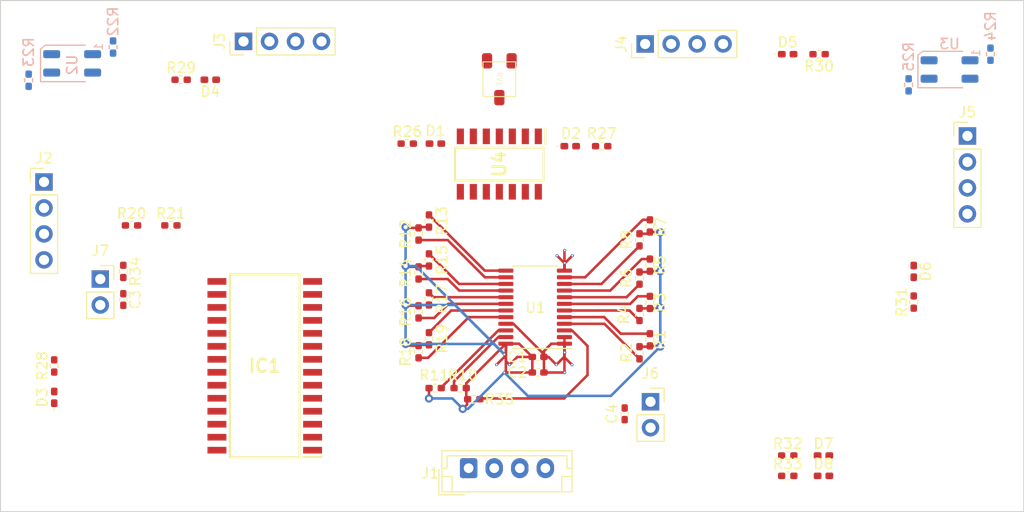
<source format=kicad_pcb>
(kicad_pcb (version 20240108) (generator "pcbnew") (generator_version "8.0")
  (layers (0 "F.Cu" signal) (31 "B.Cu" signal) (34 "B.Paste" user) (35 "F.Paste" user) (36 "B.SilkS" user "B.Silkscreen") (37 "F.SilkS" user "F.Silkscreen") (38 "B.Mask" user) (39 "F.Mask" user) (44 "Edge.Cuts" user))
  (net 0 "")
  (net 1 "+3.3V")
  (net 2 "GND")
  (net 3 "SC0")
  (net 4 "SD0")
  (net 5 "SC1")
  (net 6 "SD1")
  (net 7 "SC2")
  (net 8 "SD2")
  (net 9 "SC3")
  (net 10 "SD3")
  (net 11 "GPA1")
  (net 12 "SDA")
  (net 13 "SCL")
  (net 14 "SC4")
  (net 15 "SD4")
  (net 16 "SC5")
  (net 17 "SD5")
  (net 18 "SC6")
  (net 19 "SD6")
  (net 20 "SC7")
  (net 21 "SD7")
  (net 22 "Net-(D1-A)")
  (net 23 "Net-(D2-A)")
  (net 24 "GPA0")
  (net 25 "GPB0")
  (net 26 "Net-(D3-A)")
  (net 27 "Net-(D4-A)")
  (net 28 "GPB1")
  (net 29 "GPB2")
  (net 30 "Net-(D5-A)")
  (net 31 "GPB3")
  (net 32 "Net-(D6-A)")
  (net 37 "RST_E")
  (net 38 "INTA")
  (net 39 "INTB")
  (net 40 "Net-(IC1-ADDR)")
  (net 41 "RST_M")
  (net 42 "Net-(U2-K)")
  (net 43 "IR_SENSE0")
  (net 44 "Net-(U3-K)")
  (net 45 "IR_SENSE1")
  (net 46 "V_REF")
  (net 53 "Net-(D7-A)")
  (net 54 "Net-(D8-A)")
  (footprint "Resistor_SMD:R_0402_1005Metric_Pad0.72x0.64mm_HandSolder" (layer "F.Cu") (at 104.3575 105.0895 -90)
    (property "Reference" "R12" (at 0 1.27 90) (layer "F.SilkS"))
    (property "Value" "2,2kR" (hide yes))
    (pad "1" smd roundrect (at -0.5975 0 270) (size 0.715 0.64) (layers "F.Cu" "F.Paste" "F.Mask") (net 1 "+3.3V"))
    (pad "2" smd roundrect (at 0.5975 0 270) (size 0.715 0.64) (layers "F.Cu" "F.Paste" "F.Mask") (net 14 "SC4"))
  )
  (footprint "Resistor_SMD:R_0402_1005Metric_Pad0.72x0.64mm_HandSolder" (layer "F.Cu") (at 81.1525 90)
    (property "Reference" "R29" (at 0 -1.17 0) (layer "F.SilkS"))
    (property "Value" "330R")
    (pad "1" smd roundrect (at -0.5975 0) (size 0.715 0.64) (layers "F.Cu" "F.Paste" "F.Mask") (net 1 "+3.3V"))
    (pad "2" smd roundrect (at 0.5975 0) (size 0.715 0.64) (layers "F.Cu" "F.Paste" "F.Mask") (net 27 "Net-(D4-A)"))
  )
  (footprint "Resistor_SMD:R_0402_1005Metric_Pad0.72x0.64mm_HandSolder" (layer "F.Cu") (at 75.5 108.75 -90)
    (property "Reference" "R34" (at 0 -1.17 90) (layer "F.SilkS"))
    (property "Value" "2,2kR" (hide yes))
    (pad "1" smd roundrect (at -0.5975 0 270) (size 0.715 0.64) (layers "F.Cu" "F.Paste" "F.Mask") (net 1 "+3.3V"))
    (pad "2" smd roundrect (at 0.5975 0 270) (size 0.715 0.64) (layers "F.Cu" "F.Paste" "F.Mask") (net 37 "RST_E"))
  )
  (footprint "Resistor_SMD:R_0402_1005Metric_Pad0.72x0.64mm_HandSolder" (layer "F.Cu") (at 105.3735 115.339 90)
    (property "Reference" "R19" (at 0 1.27 -90) (layer "F.SilkS"))
    (property "Value" "2,2kR" (hide yes))
    (pad "1" smd roundrect (at -0.5975 0 90) (size 0.715 0.64) (layers "F.Cu" "F.Paste" "F.Mask") (net 1 "+3.3V"))
    (pad "2" smd roundrect (at 0.5975 0 90) (size 0.715 0.64) (layers "F.Cu" "F.Paste" "F.Mask") (net 21 "SD7"))
  )
  (footprint "LED_SMD:LED_0402_1005Metric_Pad0.77x0.64mm_HandSolder" (layer "F.Cu") (at 68.75 121.0725 90)
    (property "Reference" "D3" (at 0 -1.17 -90) (layer "F.SilkS"))
    (property "Value" "LED" (hide yes))
    (pad "1" smd roundrect (at -0.5725 0 90) (size 0.765 0.64) (layers "F.Cu" "F.Paste" "F.Mask") (net 25 "GPB0"))
    (pad "2" smd roundrect (at 0.5725 0 90) (size 0.765 0.64) (layers "F.Cu" "F.Paste" "F.Mask") (net 26 "Net-(D3-A)"))
  )
  (footprint "Connector_PinHeader_2.54mm:PinHeader_1x04_P2.54mm_Vertical" (layer "F.Cu") (at 126.5 86.5 90)
    (property "Reference" "J4" (at 0 -2.33 -90) (layer "F.SilkS"))
    (property "Value" "OUT 3")
    (pad "1" thru_hole rect (at 0 0 90) (size 1.7 1.7) (drill 1) (layers "*.Cu" "*.Mask") (net 1 "+3.3V"))
    (pad "2" thru_hole oval (at 0 2.54 90) (size 1.7 1.7) (drill 1) (layers "*.Cu" "*.Mask") (net 10 "SD3"))
    (pad "3" thru_hole oval (at 0 5.08 90) (size 1.7 1.7) (drill 1) (layers "*.Cu" "*.Mask") (net 9 "SC3"))
    (pad "4" thru_hole oval (at 0 7.62 90) (size 1.7 1.7) (drill 1) (layers "*.Cu" "*.Mask") (net 2 "GND"))
  )
  (footprint "Connector_PinHeader_2.54mm:PinHeader_1x04_P2.54mm_Vertical" (layer "F.Cu") (at 158 95.5)
    (property "Reference" "J5" (at 0 -2.33 0) (layer "F.SilkS"))
    (property "Value" "OUT 4")
    (pad "1" thru_hole rect (at 0 0) (size 1.7 1.7) (drill 1) (layers "*.Cu" "*.Mask") (net 1 "+3.3V"))
    (pad "2" thru_hole oval (at 0 2.54) (size 1.7 1.7) (drill 1) (layers "*.Cu" "*.Mask") (net 15 "SD4"))
    (pad "3" thru_hole oval (at 0 5.08) (size 1.7 1.7) (drill 1) (layers "*.Cu" "*.Mask") (net 14 "SC4"))
    (pad "4" thru_hole oval (at 0 7.62) (size 1.7 1.7) (drill 1) (layers "*.Cu" "*.Mask") (net 2 "GND"))
  )
  (footprint "LED_SMD:LED_0402_1005Metric_Pad0.77x0.64mm_HandSolder" (layer "F.Cu") (at 84 90 180)
    (property "Reference" "D4" (at 0 -1.17 180) (layer "F.SilkS"))
    (property "Value" "LED")
    (pad "1" smd roundrect (at -0.5725 0 180) (size 0.765 0.64) (layers "F.Cu" "F.Paste" "F.Mask") (net 28 "GPB1"))
    (pad "2" smd roundrect (at 0.5725 0 180) (size 0.765 0.64) (layers "F.Cu" "F.Paste" "F.Mask") (net 27 "Net-(D4-A)"))
  )
  (footprint "Resistor_SMD:R_0402_1005Metric_Pad0.72x0.64mm_HandSolder" (layer "F.Cu") (at 126.9635 104.3009 90)
    (property "Reference" "R7" (at -0.0895 1.0668 -90) (layer "F.SilkS"))
    (property "Value" "2,2kR" (hide yes))
    (pad "1" smd roundrect (at -0.5975 0 90) (size 0.715 0.64) (layers "F.Cu" "F.Paste" "F.Mask") (net 1 "+3.3V"))
    (pad "2" smd roundrect (at 0.5975 0 90) (size 0.715 0.64) (layers "F.Cu" "F.Paste" "F.Mask") (net 9 "SC3"))
  )
  (footprint "User_defined_footprints:Potencjometr 3,2x3,4" (layer "F.Cu") (at 112.25 89.95 -90)
    (property "Reference" "RV1" (at 0 0 -90) (layer "F.SilkS") (effects (font (size 0.5 0.5) (thickness 0.05))))
    (property "Value" "10kR")
    (pad "1" smd roundrect (at -1.8 -1.2 270) (size 1.5 1) (layers "F.Cu" "F.Paste" "F.Mask") (net 1 "+3.3V"))
    (pad "2" smd roundrect (at 1.8 0 270) (size 1.5 1) (layers "F.Cu" "F.Paste" "F.Mask") (net 46 "V_REF"))
    (pad "3" smd roundrect (at -1.8 1.2 270) (size 1.5 1) (layers "F.Cu" "F.Paste" "F.Mask") (net 2 "GND"))
  )
  (footprint "Resistor_SMD:R_0402_1005Metric_Pad0.72x0.64mm_HandSolder" (layer "F.Cu") (at 105.3735 103.8195 90)
    (property "Reference" "R13" (at 0 1.27 -90) (layer "F.SilkS"))
    (property "Value" "2,2kR" (hide yes))
    (pad "1" smd roundrect (at -0.5975 0 90) (size 0.715 0.64) (layers "F.Cu" "F.Paste" "F.Mask") (net 1 "+3.3V"))
    (pad "2" smd roundrect (at 0.5975 0 90) (size 0.715 0.64) (layers "F.Cu" "F.Paste" "F.Mask") (net 15 "SD4"))
  )
  (footprint "Resistor_SMD:R_0402_1005Metric_Pad0.72x0.64mm_HandSolder" (layer "F.Cu") (at 105.3735 111.4395 90)
    (property "Reference" "R17" (at 0 1.27 -90) (layer "F.SilkS"))
    (property "Value" "2,2kR" (hide yes))
    (pad "1" smd roundrect (at -0.5975 0 90) (size 0.715 0.64) (layers "F.Cu" "F.Paste" "F.Mask") (net 1 "+3.3V"))
    (pad "2" smd roundrect (at 0.5975 0 90) (size 0.715 0.64) (layers "F.Cu" "F.Paste" "F.Mask") (net 19 "SD6"))
  )
  (footprint "Capacitor_SMD:C_0402_1005Metric_Pad0.74x0.62mm_HandSolder" (layer "F.Cu") (at 116.0415 118.641)
    (property "Reference" "C2" (at -2.032 0 0) (layer "F.SilkS"))
    (property "Value" "100nF")
    (pad "1" smd roundrect (at -0.5675 0) (size 0.735 0.62) (layers "F.Cu" "F.Paste" "F.Mask") (net 1 "+3.3V"))
    (pad "2" smd roundrect (at 0.5675 0) (size 0.735 0.62) (layers "F.Cu" "F.Paste" "F.Mask") (net 2 "GND"))
  )
  (footprint "Resistor_SMD:R_0402_1005Metric_Pad0.72x0.64mm_HandSolder" (layer "F.Cu") (at 143.5 87.5 180)
    (property "Reference" "R30" (at 0 -1.17 180) (layer "F.SilkS"))
    (property "Value" "330R")
    (pad "1" smd roundrect (at -0.5975 0 180) (size 0.715 0.64) (layers "F.Cu" "F.Paste" "F.Mask") (net 1 "+3.3V"))
    (pad "2" smd roundrect (at 0.5975 0 180) (size 0.715 0.64) (layers "F.Cu" "F.Paste" "F.Mask") (net 30 "Net-(D5-A)"))
  )
  (footprint "Resistor_SMD:R_0402_1005Metric_Pad0.72x0.64mm_HandSolder" (layer "F.Cu") (at 126.9635 111.783 90)
    (property "Reference" "R3" (at 0 1.016 -90) (layer "F.SilkS"))
    (property "Value" "2,2kR" (hide yes))
    (pad "1" smd roundrect (at -0.5975 0 90) (size 0.715 0.64) (layers "F.Cu" "F.Paste" "F.Mask") (net 1 "+3.3V"))
    (pad "2" smd roundrect (at 0.5975 0 90) (size 0.715 0.64) (layers "F.Cu" "F.Paste" "F.Mask") (net 5 "SC1"))
  )
  (footprint "Resistor_SMD:R_0402_1005Metric_Pad0.72x0.64mm_HandSolder" (layer "F.Cu") (at 125.9475 116.7106 -90)
    (property "Reference" "R2" (at 0 1.27 90) (layer "F.SilkS"))
    (property "Value" "2,2kR" (hide yes))
    (pad "1" smd roundrect (at -0.5975 0 270) (size 0.715 0.64) (layers "F.Cu" "F.Paste" "F.Mask") (net 1 "+3.3V"))
    (pad "2" smd roundrect (at 0.5975 0 270) (size 0.715 0.64) (layers "F.Cu" "F.Paste" "F.Mask") (net 4 "SD0"))
  )
  (footprint "Resistor_SMD:R_0402_1005Metric_Pad0.72x0.64mm_HandSolder" (layer "F.Cu") (at 104.3575 116.609 -90)
    (property "Reference" "R18" (at 0 1.27 90) (layer "F.SilkS"))
    (property "Value" "2,2kR" (hide yes))
    (pad "1" smd roundrect (at -0.5975 0 270) (size 0.715 0.64) (layers "F.Cu" "F.Paste" "F.Mask") (net 1 "+3.3V"))
    (pad "2" smd roundrect (at 0.5975 0 270) (size 0.715 0.64) (layers "F.Cu" "F.Paste" "F.Mask") (net 20 "SC7"))
  )
  (footprint "Resistor_SMD:R_0402_1005Metric_Pad0.72x0.64mm_HandSolder" (layer "F.Cu") (at 80.1525 104.25)
    (property "Reference" "R21" (at 0 -1.17 0) (layer "F.SilkS"))
    (property "Value" "15kR")
    (pad "1" smd roundrect (at -0.5975 0) (size 0.715 0.64) (layers "F.Cu" "F.Paste" "F.Mask") (net 40 "Net-(IC1-ADDR)"))
    (pad "2" smd roundrect (at 0.5975 0) (size 0.715 0.64) (layers "F.Cu" "F.Paste" "F.Mask") (net 2 "GND"))
  )
  (footprint "Resistor_SMD:R_0402_1005Metric_Pad0.72x0.64mm_HandSolder" (layer "F.Cu") (at 126.9635 115.4406 90)
    (property "Reference" "R1" (at 0 1.016 -90) (layer "F.SilkS"))
    (property "Value" "2,2kR" (hide yes))
    (pad "1" smd roundrect (at -0.5975 0 90) (size 0.715 0.64) (layers "F.Cu" "F.Paste" "F.Mask") (net 1 "+3.3V"))
    (pad "2" smd roundrect (at 0.5975 0 90) (size 0.715 0.64) (layers "F.Cu" "F.Paste" "F.Mask") (net 3 "SC0"))
  )
  (footprint "LED_SMD:LED_0402_1005Metric_Pad0.77x0.64mm_HandSolder" (layer "F.Cu") (at 143.9275 128.75)
    (property "Reference" "D8" (at 0 -1.17 0) (layer "F.SilkS"))
    (property "Value" "LED")
    (pad "1" smd roundrect (at -0.5725 0) (size 0.765 0.64) (layers "F.Cu" "F.Paste" "F.Mask") (net 2 "GND"))
    (pad "2" smd roundrect (at 0.5725 0) (size 0.765 0.64) (layers "F.Cu" "F.Paste" "F.Mask") (net 54 "Net-(D8-A)"))
  )
  (footprint "Resistor_SMD:R_0402_1005Metric_Pad0.72x0.64mm_HandSolder" (layer "F.Cu") (at 105.9775 120.165)
    (property "Reference" "R11" (at -0.096 -1.27 0) (layer "F.SilkS"))
    (property "Value" "2,2kR" (hide yes))
    (pad "1" smd roundrect (at -0.5975 0) (size 0.715 0.64) (layers "F.Cu" "F.Paste" "F.Mask") (net 1 "+3.3V"))
    (pad "2" smd roundrect (at 0.5975 0) (size 0.715 0.64) (layers "F.Cu" "F.Paste" "F.Mask") (net 13 "SCL"))
  )
  (footprint "Resistor_SMD:R_0402_1005Metric_Pad0.72x0.64mm_HandSolder" (layer "F.Cu") (at 76.305 104.25)
    (property "Reference" "R20" (at 0 -1.17 0) (layer "F.SilkS"))
    (property "Value" "1kR")
    (pad "1" smd roundrect (at -0.5975 0) (size 0.715 0.64) (layers "F.Cu" "F.Paste" "F.Mask") (net 1 "+3.3V"))
    (pad "2" smd roundrect (at 0.5975 0) (size 0.715 0.64) (layers "F.Cu" "F.Paste" "F.Mask") (net 40 "Net-(IC1-ADDR)"))
  )
  (footprint "Connector_JST:JST_EH_B4B-EH-A_1x04_P2.50mm_Vertical" (layer "F.Cu") (at 109.25 128)
    (property "Reference" "J1" (at -3.75 0.5 180) (layer "F.SilkS"))
    (property "Value" "Input")
    (pad "1" thru_hole roundrect (at 0 0) (size 1.7 1.95) (drill 0.95) (layers "*.Cu" "*.Mask") (roundrect_rratio 0.147059) (net 1 "+3.3V"))
    (pad "2" thru_hole oval (at 2.5 0) (size 1.7 1.95) (drill 0.95) (layers "*.Cu" "*.Mask") (net 12 "SDA"))
    (pad "3" thru_hole oval (at 5 0) (size 1.7 1.95) (drill 0.95) (layers "*.Cu" "*.Mask") (net 13 "SCL"))
    (pad "4" thru_hole oval (at 7.5 0) (size 1.7 1.95) (drill 0.95) (layers "*.Cu" "*.Mask") (net 2 "GND"))
  )
  (footprint "LED_SMD:LED_0402_1005Metric_Pad0.77x0.64mm_HandSolder" (layer "F.Cu") (at 152.75 108.75 -90)
    (property "Reference" "D6" (at 0 -1.17 90) (layer "F.SilkS"))
    (property "Value" "LED")
    (pad "1" smd roundrect (at -0.5725 0 270) (size 0.765 0.64) (layers "F.Cu" "F.Paste" "F.Mask") (net 31 "GPB3"))
    (pad "2" smd roundrect (at 0.5725 0 270) (size 0.765 0.64) (layers "F.Cu" "F.Paste" "F.Mask") (net 32 "Net-(D6-A)"))
  )
  (footprint "Connector_PinHeader_2.54mm:PinHeader_1x04_P2.54mm_Vertical" (layer "F.Cu") (at 67.75 100)
    (property "Reference" "J2" (at 0 -2.33 0) (layer "F.SilkS"))
    (property "Value" "OUT 1")
    (pad "1" thru_hole rect (at 0 0) (size 1.7 1.7) (drill 1) (layers "*.Cu" "*.Mask") (net 1 "+3.3V"))
    (pad "2" thru_hole oval (at 0 2.54) (size 1.7 1.7) (drill 1) (layers "*.Cu" "*.Mask") (net 6 "SD1"))
    (pad "3" thru_hole oval (at 0 5.08) (size 1.7 1.7) (drill 1) (layers "*.Cu" "*.Mask") (net 5 "SC1"))
    (pad "4" thru_hole oval (at 0 7.62) (size 1.7 1.7) (drill 1) (layers "*.Cu" "*.Mask") (net 2 "GND"))
  )
  (footprint "Resistor_SMD:R_0402_1005Metric_Pad0.72x0.64mm_HandSolder" (layer "F.Cu") (at 126.9635 108.1375 90)
    (property "Reference" "R5" (at 0 1.016 -90) (layer "F.SilkS"))
    (property "Value" "2,2kR" (hide yes))
    (pad "1" smd roundrect (at -0.5975 0 90) (size 0.715 0.64) (layers "F.Cu" "F.Paste" "F.Mask") (net 1 "+3.3V"))
    (pad "2" smd roundrect (at 0.5975 0 90) (size 0.715 0.64) (layers "F.Cu" "F.Paste" "F.Mask") (net 7 "SC2"))
  )
  (footprint "Resistor_SMD:R_0402_1005Metric_Pad0.72x0.64mm_HandSolder" (layer "F.Cu") (at 108.4215 120.165 180)
    (property "Reference" "R10" (at -0.254 1.27 180) (layer "F.SilkS"))
    (property "Value" "2,2kR" (hide yes))
    (pad "1" smd roundrect (at -0.5975 0 180) (size 0.715 0.64) (layers "F.Cu" "F.Paste" "F.Mask") (net 1 "+3.3V"))
    (pad "2" smd roundrect (at 0.5975 0 180) (size 0.715 0.64) (layers "F.Cu" "F.Paste" "F.Mask") (net 12 "SDA"))
  )
  (footprint "Resistor_SMD:R_0402_1005Metric_Pad0.72x0.64mm_HandSolder" (layer "F.Cu") (at 104.3575 112.7095 -90)
    (property "Reference" "R16" (at 0 1.27 90) (layer "F.SilkS"))
    (property "Value" "2,2kR" (hide yes))
    (pad "1" smd roundrect (at -0.5975 0 270) (size 0.715 0.64) (layers "F.Cu" "F.Paste" "F.Mask") (net 1 "+3.3V"))
    (pad "2" smd roundrect (at 0.5975 0 270) (size 0.715 0.64) (layers "F.Cu" "F.Paste" "F.Mask") (net 18 "SC6"))
  )
  (footprint "User_defined_footprints:SOIC127P1030X265-28N" (layer "F.Cu") (at 89.325 117.985 180)
    (property "Reference" "IC1" (at 0 0 180) (layer "F.SilkS") (effects (font (size 1.27 1.27) (thickness 0.254))))
    (property "Value" "MCP23018-E_SO" (hide yes))
    (pad "1" smd rect (at -4.675 -8.255 270) (size 0.65 1.85) (layers "F.Cu" "F.Paste" "F.Mask") (net 2 "GND"))
    (pad "2" smd rect (at -4.675 -6.985 270) (size 0.65 1.85) (layers "F.Cu" "F.Paste" "F.Mask"))
    (pad "3" smd rect (at -4.675 -5.715 270) (size 0.65 1.85) (layers "F.Cu" "F.Paste" "F.Mask") (net 25 "GPB0"))
    (pad "4" smd rect (at -4.675 -4.445 270) (size 0.65 1.85) (layers "F.Cu" "F.Paste" "F.Mask") (net 28 "GPB1"))
    (pad "5" smd rect (at -4.675 -3.175 270) (size 0.65 1.85) (layers "F.Cu" "F.Paste" "F.Mask") (net 29 "GPB2"))
    (pad "6" smd rect (at -4.675 -1.905 270) (size 0.65 1.85) (layers "F.Cu" "F.Paste" "F.Mask") (net 31 "GPB3"))
    (pad "7" smd rect (at -4.675 -0.635 270) (size 0.65 1.85) (layers "F.Cu" "F.Paste" "F.Mask") (net 2 "GND"))
    (pad "8" smd rect (at -4.675 0.635 270) (size 0.65 1.85) (layers "F.Cu" "F.Paste" "F.Mask") (net 2 "GND"))
    (pad "9" smd rect (at -4.675 1.905 270) (size 0.65 1.85) (layers "F.Cu" "F.Paste" "F.Mask") (net 2 "GND"))
    (pad "10" smd rect (at -4.675 3.175 270) (size 0.65 1.85) (layers "F.Cu" "F.Paste" "F.Mask") (net 2 "GND"))
    (pad "11" smd rect (at -4.675 4.445 270) (size 0.65 1.85) (layers "F.Cu" "F.Paste" "F.Mask") (net 1 "+3.3V"))
    (pad "12" smd rect (at -4.675 5.715 270) (size 0.65 1.85) (layers "F.Cu" "F.Paste" "F.Mask") (net 3 "SC0"))
    (pad "13" smd rect (at -4.675 6.985 270) (size 0.65 1.85) (layers "F.Cu" "F.Paste" "F.Mask") (net 4 "SD0"))
    (pad "14" smd rect (at -4.675 8.255 270) (size 0.65 1.85) (layers "F.Cu" "F.Paste" "F.Mask"))
    (pad "15" smd rect (at 4.675 8.255 270) (size 0.65 1.85) (layers "F.Cu" "F.Paste" "F.Mask") (net 40 "Net-(IC1-ADDR)"))
    (pad "16" smd rect (at 4.675 6.985 270) (size 0.65 1.85) (layers "F.Cu" "F.Paste" "F.Mask") (net 37 "RST_E"))
    (pad "17" smd rect (at 4.675 5.715 270) (size 0.65 1.85) (layers "F.Cu" "F.Paste" "F.Mask"))
    (pad "18" smd rect (at 4.675 4.445 270) (size 0.65 1.85) (layers "F.Cu" "F.Paste" "F.Mask") (net 39 "INTB"))
    (pad "19" smd rect (at 4.675 3.175 270) (size 0.65 1.85) (layers "F.Cu" "F.Paste" "F.Mask") (net 38 "INTA"))
    (pad "20" smd rect (at 4.675 1.905 270) (size 0.65 1.85) (layers "F.Cu" "F.Paste" "F.Mask") (net 24 "GPA0"))
    (pad "21" smd rect (at 4.675 0.635 270) (size 0.65 1.85) (layers "F.Cu" "F.Paste" "F.Mask") (net 11 "GPA1"))
    (pad "22" smd rect (at 4.675 -0.635 270) (size 0.65 1.85) (layers "F.Cu" "F.Paste" "F.Mask") (net 2 "GND"))
    (pad "23" smd rect (at 4.675 -1.905 270) (size 0.65 1.85) (layers "F.Cu" "F.Paste" "F.Mask") (net 2 "GND"))
    (pad "24" smd rect (at 4.675 -3.175 270) (size 0.65 1.85) (layers "F.Cu" "F.Paste" "F.Mask") (net 2 "GND"))
    (pad "25" smd rect (at 4.675 -4.445 270) (size 0.65 1.85) (layers "F.Cu" "F.Paste" "F.Mask") (net 2 "GND"))
    (pad "26" smd rect (at 4.675 -5.715 270) (size 0.65 1.85) (layers "F.Cu" "F.Paste" "F.Mask") (net 2 "GND"))
    (pad "27" smd rect (at 4.675 -6.985 270) (size 0.65 1.85) (layers "F.Cu" "F.Paste" "F.Mask") (net 2 "GND"))
    (pad "28" smd rect (at 4.675 -8.255 270) (size 0.65 1.85) (layers "F.Cu" "F.Paste" "F.Mask"))
  )
  (footprint "Resistor_SMD:R_0402_1005Metric_Pad0.72x0.64mm_HandSolder" (layer "F.Cu") (at 125.9475 109.4075 -90)
    (property "Reference" "R6" (at 0 1.27 90) (layer "F.SilkS"))
    (property "Value" "2,2kR" (hide yes))
    (pad "1" smd roundrect (at -0.5975 0 270) (size 0.715 0.64) (layers "F.Cu" "F.Paste" "F.Mask") (net 1 "+3.3V"))
    (pad "2" smd roundrect (at 0.5975 0 270) (size 0.715 0.64) (layers "F.Cu" "F.Paste" "F.Mask") (net 8 "SD2"))
  )
  (footprint "Resistor_SMD:R_0402_1005Metric_Pad0.72x0.64mm_HandSolder" (layer "F.Cu") (at 105.3735 107.6295 90)
    (property "Reference" "R15" (at 0 1.27 -90) (layer "F.SilkS"))
    (property "Value" "2,2kR" (hide yes))
    (pad "1" smd roundrect (at -0.5975 0 90) (size 0.715 0.64) (layers "F.Cu" "F.Paste" "F.Mask") (net 1 "+3.3V"))
    (pad "2" smd roundrect (at 0.5975 0 90) (size 0.715 0.64) (layers "F.Cu" "F.Paste" "F.Mask") (net 17 "SD5"))
  )
  (footprint "Connector_PinHeader_2.54mm:PinHeader_1x04_P2.54mm_Vertical" (layer "F.Cu") (at 87.25 86.25 90)
    (property "Reference" "J3" (at 0 -2.33 -90) (layer "F.SilkS"))
    (property "Value" "OUT 2")
    (pad "1" thru_hole rect (at 0 0 90) (size 1.7 1.7) (drill 1) (layers "*.Cu" "*.Mask") (net 1 "+3.3V"))
    (pad "2" thru_hole oval (at 0 2.54 90) (size 1.7 1.7) (drill 1) (layers "*.Cu" "*.Mask") (net 8 "SD2"))
    (pad "3" thru_hole oval (at 0 5.08 90) (size 1.7 1.7) (drill 1) (layers "*.Cu" "*.Mask") (net 7 "SC2"))
    (pad "4" thru_hole oval (at 0 7.62 90) (size 1.7 1.7) (drill 1) (layers "*.Cu" "*.Mask") (net 2 "GND"))
  )
  (footprint "Connector_PinSocket_2.54mm:PinSocket_1x02_P2.54mm_Vertical" (layer "F.Cu") (at 127.025 121.5)
    (property "Reference" "J6" (at 0 -2.77 0) (layer "F.SilkS"))
    (property "Value" "RST_M")
    (pad "1" thru_hole rect (at 0 0) (size 1.7 1.7) (drill 1) (layers "*.Cu" "*.Mask") (net 41 "RST_M"))
    (pad "2" thru_hole oval (at 0 2.54) (size 1.7 1.7) (drill 1) (layers "*.Cu" "*.Mask") (net 2 "GND"))
  )
  (footprint "Resistor_SMD:R_0402_1005Metric_Pad0.72x0.64mm_HandSolder" (layer "F.Cu") (at 140.4375 128.75)
    (property "Reference" "R33" (at 0 -1.17 0) (layer "F.SilkS"))
    (property "Value" "330R")
    (pad "1" smd roundrect (at -0.5975 0) (size 0.715 0.64) (layers "F.Cu" "F.Paste" "F.Mask") (net 38 "INTA"))
    (pad "2" smd roundrect (at 0.5975 0) (size 0.715 0.64) (layers "F.Cu" "F.Paste" "F.Mask") (net 54 "Net-(D8-A)"))
  )
  (footprint "LED_SMD:LED_0402_1005Metric_Pad0.77x0.64mm_HandSolder" (layer "F.Cu") (at 119.1775 96.5)
    (property "Reference" "D2" (at 0.0725 -1.25 0) (layer "F.SilkS"))
    (property "Value" "LED" (hide yes))
    (pad "1" smd roundrect (at -0.5725 0) (size 0.765 0.64) (layers "F.Cu" "F.Paste" "F.Mask") (net 24 "GPA0"))
    (pad "2" smd roundrect (at 0.5725 0) (size 0.765 0.64) (layers "F.Cu" "F.Paste" "F.Mask") (net 23 "Net-(D2-A)"))
  )
  (footprint "Capacitor_SMD:C_0402_1005Metric_Pad0.74x0.62mm_HandSolder" (layer "F.Cu") (at 124.5 122.6825 -90)
    (property "Reference" "C4" (at 0 1.25 90) (layer "F.SilkS"))
    (property "Value" "100nF" (hide yes))
    (pad "1" smd roundrect (at -0.5675 0 270) (size 0.735 0.62) (layers "F.Cu" "F.Paste" "F.Mask") (net 41 "RST_M"))
    (pad "2" smd roundrect (at 0.5675 0 270) (size 0.735 0.62) (layers "F.Cu" "F.Paste" "F.Mask") (net 2 "GND"))
  )
  (footprint "Resistor_SMD:R_0402_1005Metric_Pad0.72x0.64mm_HandSolder" (layer "F.Cu") (at 125.9475 105.6604 -90)
    (property "Reference" "R8" (at 0 1.27 90) (layer "F.SilkS"))
    (property "Value" "2,2kR" (hide yes))
    (pad "1" smd roundrect (at -0.5975 0 270) (size 0.715 0.64) (layers "F.Cu" "F.Paste" "F.Mask") (net 1 "+3.3V"))
    (pad "2" smd roundrect (at 0.5975 0 270) (size 0.715 0.64) (layers "F.Cu" "F.Paste" "F.Mask") (net 10 "SD3"))
  )
  (footprint "Resistor_SMD:R_0402_1005Metric_Pad0.72x0.64mm_HandSolder" (layer "F.Cu") (at 104.3575 108.8995 -90)
    (property "Reference" "R14" (at 0 1.27 90) (layer "F.SilkS"))
    (property "Value" "2,2kR" (hide yes))
    (pad "1" smd roundrect (at -0.5975 0 270) (size 0.715 0.64) (layers "F.Cu" "F.Paste" "F.Mask") (net 1 "+3.3V"))
    (pad "2" smd roundrect (at 0.5975 0 270) (size 0.715 0.64) (layers "F.Cu" "F.Paste" "F.Mask") (net 16 "SC5"))
  )
  (footprint "LED_SMD:LED_0402_1005Metric_Pad0.77x0.64mm_HandSolder" (layer "F.Cu") (at 106 96.25 180)
    (property "Reference" "D1" (at 0 1.25 180) (layer "F.SilkS"))
    (property "Value" "LED" (hide yes))
    (pad "1" smd roundrect (at -0.5725 0 180) (size 0.765 0.64) (layers "F.Cu" "F.Paste" "F.Mask") (net 11 "GPA1"))
    (pad "2" smd roundrect (at 0.5725 0 180) (size 0.765 0.64) (layers "F.Cu" "F.Paste" "F.Mask") (net 22 "Net-(D1-A)"))
  )
  (footprint "Connector_PinSocket_2.54mm:PinSocket_1x02_P2.54mm_Vertical" (layer "F.Cu") (at 73.25 109.5)
    (property "Reference" "J7" (at 0 -2.77 0) (layer "F.SilkS"))
    (property "Value" "RST_E")
    (pad "1" thru_hole rect (at 0 0) (size 1.7 1.7) (drill 1) (layers "*.Cu" "*.Mask") (net 37 "RST_E"))
    (pad "2" thru_hole oval (at 0 2.54) (size 1.7 1.7) (drill 1) (layers "*.Cu" "*.Mask") (net 2 "GND"))
  )
  (footprint "Resistor_SMD:R_0402_1005Metric_Pad0.72x0.64mm_HandSolder" (layer "F.Cu") (at 103.25 96.25)
    (property "Reference" "R26" (at 0 -1.17 0) (layer "F.SilkS"))
    (property "Value" "330R")
    (pad "1" smd roundrect (at -0.5975 0) (size 0.715 0.64) (layers "F.Cu" "F.Paste" "F.Mask") (net 1 "+3.3V"))
    (pad "2" smd roundrect (at 0.5975 0) (size 0.715 0.64) (layers "F.Cu" "F.Paste" "F.Mask") (net 22 "Net-(D1-A)"))
  )
  (footprint "Resistor_SMD:R_0402_1005Metric_Pad0.72x0.64mm_HandSolder" (layer "F.Cu") (at 122.25 96.5 180)
    (property "Reference" "R27" (at 0 1.25 180) (layer "F.SilkS"))
    (property "Value" "330R")
    (pad "1" smd roundrect (at -0.5975 0 180) (size 0.715 0.64) (layers "F.Cu" "F.Paste" "F.Mask") (net 1 "+3.3V"))
    (pad "2" smd roundrect (at 0.5975 0 180) (size 0.715 0.64) (layers "F.Cu" "F.Paste" "F.Mask") (net 23 "Net-(D2-A)"))
  )
  (footprint "LED_SMD:LED_0402_1005Metric_Pad0.77x0.64mm_HandSolder" (layer "F.Cu") (at 143.9275 126.76)
    (property "Reference" "D7" (at 0 -1.17 0) (layer "F.SilkS"))
    (property "Value" "LED")
    (pad "1" smd roundrect (at -0.5725 0) (size 0.765 0.64) (layers "F.Cu" "F.Paste" "F.Mask") (net 2 "GND"))
    (pad "2" smd roundrect (at 0.5725 0) (size 0.765 0.64) (layers "F.Cu" "F.Paste" "F.Mask") (net 53 "Net-(D7-A)"))
  )
  (footprint "LED_SMD:LED_0402_1005Metric_Pad0.77x0.64mm_HandSolder" (layer "F.Cu") (at 140.4275 87.5)
    (property "Reference" "D5" (at 0 -1.17 0) (layer "F.SilkS"))
    (property "Value" "LED")
    (pad "1" smd roundrect (at -0.5725 0) (size 0.765 0.64) (layers "F.Cu" "F.Paste" "F.Mask") (net 29 "GPB2"))
    (pad "2" smd roundrect (at 0.5725 0) (size 0.765 0.64) (layers "F.Cu" "F.Paste" "F.Mask") (net 30 "Net-(D5-A)"))
  )
  (footprint "Capacitor_SMD:C_0402_1005Metric_Pad0.74x0.62mm_HandSolder" (layer "F.Cu") (at 75.5 111.5 -90)
    (property "Reference" "C3" (at 0 -1.16 90) (layer "F.SilkS"))
    (property "Value" "100nF" (hide yes))
    (pad "1" smd roundrect (at -0.5675 0 270) (size 0.735 0.62) (layers "F.Cu" "F.Paste" "F.Mask") (net 37 "RST_E"))
    (pad "2" smd roundrect (at 0.5675 0 270) (size 0.735 0.62) (layers "F.Cu" "F.Paste" "F.Mask") (net 2 "GND"))
  )
  (footprint "Package_SO:TSSOP-24_4.4x7.8mm_P0.65mm" (layer "F.Cu") (at 115.75 112.25 180)
    (property "Reference" "U1" (at -0.0375 -0.041 180) (layer "F.SilkS"))
    (property "Value" "TCA9548APWR")
    (pad "1" smd roundrect (at -2.8625 -3.575 180) (size 1.475 0.4) (layers "F.Cu" "F.Paste" "F.Mask") (net 2 "GND"))
    (pad "2" smd roundrect (at -2.8625 -2.925 180) (size 1.475 0.4) (layers "F.Cu" "F.Paste" "F.Mask") (net 2 "GND"))
    (pad "3" smd roundrect (at -2.8625 -2.275 180) (size 1.475 0.4) (layers "F.Cu" "F.Paste" "F.Mask") (net 41 "RST_M"))
    (pad "4" smd roundrect (at -2.8625 -1.625 180) (size 1.475 0.4) (layers "F.Cu" "F.Paste" "F.Mask") (net 4 "SD0"))
    (pad "5" smd roundrect (at -2.8625 -0.975 180) (size 1.475 0.4) (layers "F.Cu" "F.Paste" "F.Mask") (net 3 "SC0"))
    (pad "6" smd roundrect (at -2.8625 -0.325 180) (size 1.475 0.4) (layers "F.Cu" "F.Paste" "F.Mask") (net 6 "SD1"))
    (pad "7" smd roundrect (at -2.8625 0.325 180) (size 1.475 0.4) (layers "F.Cu" "F.Paste" "F.Mask") (net 5 "SC1"))
    (pad "8" smd roundrect (at -2.8625 0.975 180) (size 1.475 0.4) (layers "F.Cu" "F.Paste" "F.Mask") (net 8 "SD2"))
    (pad "9" smd roundrect (at -2.8625 1.625 180) (size 1.475 0.4) (layers "F.Cu" "F.Paste" "F.Mask") (net 7 "SC2"))
    (pad "10" smd roundrect (at -2.8625 2.275 180) (size 1.475 0.4) (layers "F.Cu" "F.Paste" "F.Mask") (net 10 "SD3"))
    (pad "11" smd roundrect (at -2.8625 2.925 180) (size 1.475 0.4) (layers "F.Cu" "F.Paste" "F.Mask") (net 9 "SC3"))
    (pad "12" smd roundrect (at -2.8625 3.575 180) (size 1.475 0.4) (layers "F.Cu" "F.Paste" "F.Mask") (net 2 "GND"))
    (pad "13" smd roundrect (at 2.8625 3.575 180) (size 1.475 0.4) (layers "F.Cu" "F.Paste" "F.Mask") (net 15 "SD4"))
    (pad "14" smd roundrect (at 2.8625 2.925 180) (size 1.475 0.4) (layers "F.Cu" "F.Paste" "F.Mask") (net 14 "SC4"))
    (pad "15" smd roundrect (at 2.8625 2.275 180) (size 1.475 0.4) (layers "F.Cu" "F.Paste" "F.Mask") (net 17 "SD5"))
    (pad "16" smd roundrect (at 2.8625 1.625 180) (size 1.475 0.4) (layers "F.Cu" "F.Paste" "F.Mask") (net 16 "SC5"))
    (pad "17" smd roundrect (at 2.8625 0.975 180) (size 1.475 0.4) (layers "F.Cu" "F.Paste" "F.Mask") (net 19 "SD6"))
    (pad "18" smd roundrect (at 2.8625 0.325 180) (size 1.475 0.4) (layers "F.Cu" "F.Paste" "F.Mask") (net 18 "SC6"))
    (pad "19" smd roundrect (at 2.8625 -0.325 180) (size 1.475 0.4) (layers "F.Cu" "F.Paste" "F.Mask") (net 21 "SD7"))
    (pad "20" smd roundrect (at 2.8625 -0.975 180) (size 1.475 0.4) (layers "F.Cu" "F.Paste" "F.Mask") (net 20 "SC7"))
    (pad "21" smd roundrect (at 2.8625 -1.625 180) (size 1.475 0.4) (layers "F.Cu" "F.Paste" "F.Mask") (net 2 "GND"))
    (pad "22" smd roundrect (at 2.8625 -2.275 180) (size 1.475 0.4) (layers "F.Cu" "F.Paste" "F.Mask") (net 13 "SCL"))
    (pad "23" smd roundrect (at 2.8625 -2.925 180) (size 1.475 0.4) (layers "F.Cu" "F.Paste" "F.Mask") (net 12 "SDA"))
    (pad "24" smd roundrect (at 2.8625 -3.575 180) (size 1.475 0.4) (layers "F.Cu" "F.Paste" "F.Mask") (net 1 "+3.3V"))
  )
  (footprint "Capacitor_SMD:C_0402_1005Metric_Pad0.74x0.62mm_HandSolder" (layer "F.Cu") (at 116.0415 117.117)
    (property "Reference" "C1" (at -2.032 0 0) (layer "F.SilkS"))
    (property "Value" "22uF" (hide yes))
    (pad "1" smd roundrect (at -0.5675 0) (size 0.735 0.62) (layers "F.Cu" "F.Paste" "F.Mask") (net 1 "+3.3V"))
    (pad "2" smd roundrect (at 0.5675 0) (size 0.735 0.62) (layers "F.Cu" "F.Paste" "F.Mask") (net 2 "GND"))
  )
  (footprint "User_defined_footprints:SOIC127P600X175-14N" (layer "F.Cu") (at 112.25 98.25 -90)
    (property "Reference" "U4" (at 0 0 90) (layer "F.SilkS") (effects (font (size 1.27 1.27) (thickness 0.254))))
    (property "Value" "LM2901" (hide yes))
    (pad "1" smd rect (at -2.712 -3.81) (size 0.7 1.525) (layers "F.Cu" "F.Paste" "F.Mask") (net 24 "GPA0"))
    (pad "2" smd rect (at -2.712 -2.54) (size 0.7 1.525) (layers "F.Cu" "F.Paste" "F.Mask") (net 11 "GPA1"))
    (pad "3" smd rect (at -2.712 -1.27) (size 0.7 1.525) (layers "F.Cu" "F.Paste" "F.Mask") (net 1 "+3.3V"))
    (pad "4" smd rect (at -2.712 0) (size 0.7 1.525) (layers "F.Cu" "F.Paste" "F.Mask") (net 46 "V_REF"))
    (pad "5" smd rect (at -2.712 1.27) (size 0.7 1.525) (layers "F.Cu" "F.Paste" "F.Mask") (net 45 "IR_SENSE1"))
    (pad "6" smd rect (at -2.712 2.54) (size 0.7 1.525) (layers "F.Cu" "F.Paste" "F.Mask") (net 46 "V_REF"))
    (pad "7" smd rect (at -2.712 3.81) (size 0.7 1.525) (layers "F.Cu" "F.Paste" "F.Mask") (net 43 "IR_SENSE0"))
    (pad "8" smd rect (at 2.712 3.81) (size 0.7 1.525) (layers "F.Cu" "F.Paste" "F.Mask"))
    (pad "9" smd rect (at 2.712 2.54) (size 0.7 1.525) (layers "F.Cu" "F.Paste" "F.Mask"))
    (pad "10" smd rect (at 2.712 1.27) (size 0.7 1.525) (layers "F.Cu" "F.Paste" "F.Mask"))
    (pad "11" smd rect (at 2.712 0) (size 0.7 1.525) (layers "F.Cu" "F.Paste" "F.Mask"))
    (pad "12" smd rect (at 2.712 -1.27) (size 0.7 1.525) (layers "F.Cu" "F.Paste" "F.Mask") (net 2 "GND"))
    (pad "13" smd rect (at 2.712 -2.54) (size 0.7 1.525) (layers "F.Cu" "F.Paste" "F.Mask"))
    (pad "14" smd rect (at 2.712 -3.81) (size 0.7 1.525) (layers "F.Cu" "F.Paste" "F.Mask"))
  )
  (footprint "Resistor_SMD:R_0402_1005Metric_Pad0.72x0.64mm_HandSolder" (layer "F.Cu") (at 140.4375 126.76)
    (property "Reference" "R32" (at 0 -1.17 0) (layer "F.SilkS"))
    (property "Value" "330R")
    (pad "1" smd roundrect (at -0.5975 0) (size 0.715 0.64) (layers "F.Cu" "F.Paste" "F.Mask") (net 39 "INTB"))
    (pad "2" smd roundrect (at 0.5975 0) (size 0.715 0.64) (layers "F.Cu" "F.Paste" "F.Mask") (net 53 "Net-(D7-A)"))
  )
  (footprint "Resistor_SMD:R_0402_1005Metric_Pad0.72x0.64mm_HandSolder" (layer "F.Cu") (at 109.75 121.25)
    (property "Reference" "R35" (at 2.5 0 0) (layer "F.SilkS"))
    (property "Value" "2,2kR" (hide yes))
    (pad "1" smd roundrect (at -0.5975 0) (size 0.715 0.64) (layers "F.Cu" "F.Paste" "F.Mask") (net 1 "+3.3V"))
    (pad "2" smd roundrect (at 0.5975 0) (size 0.715 0.64) (layers "F.Cu" "F.Paste" "F.Mask") (net 41 "RST_M"))
  )
  (footprint "Resistor_SMD:R_0402_1005Metric_Pad0.72x0.64mm_HandSolder" (layer "F.Cu") (at 125.9475 112.9635 -90)
    (property "Reference" "R4" (at 0 1.524 90) (layer "F.SilkS"))
    (property "Value" "2,2kR" (hide yes))
    (pad "1" smd roundrect (at -0.5975 0 270) (size 0.715 0.64) (layers "F.Cu" "F.Paste" "F.Mask") (net 1 "+3.3V"))
    (pad "2" smd roundrect (at 0.5975 0 270) (size 0.715 0.64) (layers "F.Cu" "F.Paste" "F.Mask") (net 6 "SD1"))
  )
  (footprint "Resistor_SMD:R_0402_1005Metric_Pad0.72x0.64mm_HandSolder" (layer "F.Cu") (at 68.75 118 90)
    (property "Reference" "R28" (at 0 -1.17 -90) (layer "F.SilkS"))
    (property "Value" "330R")
    (pad "1" smd roundrect (at -0.5975 0 90) (size 0.715 0.64) (layers "F.Cu" "F.Paste" "F.Mask") (net 1 "+3.3V"))
    (pad "2" smd roundrect (at 0.5975 0 90) (size 0.715 0.64) (layers "F.Cu" "F.Paste" "F.Mask") (net 26 "Net-(D3-A)"))
  )
  (footprint "Resistor_SMD:R_0402_1005Metric_Pad0.72x0.64mm_HandSolder" (layer "F.Cu") (at 152.75 111.75 90)
    (property "Reference" "R31" (at 0 -1.17 -90) (layer "F.SilkS"))
    (property "Value" "330R")
    (pad "1" smd roundrect (at -0.5975 0 90) (size 0.715 0.64) (layers "F.Cu" "F.Paste" "F.Mask") (net 1 "+3.3V"))
    (pad "2" smd roundrect (at 0.5975 0 90) (size 0.715 0.64) (layers "F.Cu" "F.Paste" "F.Mask") (net 32 "Net-(D6-A)"))
  )
  (footprint "Resistor_SMD:R_0402_1005Metric_Pad0.72x0.64mm_HandSolder" (layer "B.Cu") (at 152.25 90.5 -90)
    (property "Reference" "R25" (at -2.75 0 90) (layer "B.SilkS") (effects (justify mirror)))
    (property "Value" "22kR")
    (pad "1" smd roundrect (at -0.5975 0 270) (size 0.715 0.64) (layers "B.Cu" "B.Paste" "B.Mask") (net 45 "IR_SENSE1"))
    (pad "2" smd roundrect (at 0.5975 0 270) (size 0.715 0.64) (layers "B.Cu" "B.Paste" "B.Mask") (net 2 "GND"))
  )
  (footprint "OptoDevice:Everlight_ITR1201SR10AR" (layer "B.Cu") (at 70.5 88.4 -90)
    (property "Reference" "U2" (at 0.15 0 -90) (layer "B.SilkS") (effects (justify mirror)))
    (property "Value" "ITR8307-S17-TR8" (hide yes))
    (fp_text user "1" (at -2.06 -3.05 90) (layer "B.SilkS") (effects (font (size 0.8 0.8) (thickness 0.1)) (justify left bottom mirror)))
    (pad "1" smd roundrect (at -0.9 -2 270) (size 0.79 1.66) (layers "B.Cu" "B.Paste" "B.Mask") (net 42 "Net-(U2-K)"))
    (pad "2" smd roundrect (at -0.9 2 270) (size 0.79 1.66) (layers "B.Cu" "B.Paste" "B.Mask") (net 1 "+3.3V"))
    (pad "3" smd roundrect (at 0.9 -2 270) (size 0.79 1.66) (layers "B.Cu" "B.Paste" "B.Mask") (net 1 "+3.3V"))
    (pad "4" smd roundrect (at 0.9 2 270) (size 0.79 1.66) (layers "B.Cu" "B.Paste" "B.Mask") (net 43 "IR_SENSE0"))
  )
  (footprint "OptoDevice:Everlight_ITR1201SR10AR" (layer "B.Cu") (at 156.25 89 -90)
    (property "Reference" "U3" (at -2.5 0 180) (layer "B.SilkS") (effects (justify mirror)))
    (property "Value" "ITR8307-S17-TR8" (hide yes))
    (fp_text user "1" (at -2.06 -3.05 90) (layer "B.SilkS") (effects (font (size 0.8 0.8) (thickness 0.1)) (justify left bottom mirror)))
    (pad "1" smd roundrect (at -0.9 -2 270) (size 0.79 1.66) (layers "B.Cu" "B.Paste" "B.Mask") (net 44 "Net-(U3-K)"))
    (pad "2" smd roundrect (at -0.9 2 270) (size 0.79 1.66) (layers "B.Cu" "B.Paste" "B.Mask") (net 1 "+3.3V"))
    (pad "3" smd roundrect (at 0.9 -2 270) (size 0.79 1.66) (layers "B.Cu" "B.Paste" "B.Mask") (net 1 "+3.3V"))
    (pad "4" smd roundrect (at 0.9 2 270) (size 0.79 1.66) (layers "B.Cu" "B.Paste" "B.Mask") (net 45 "IR_SENSE1"))
  )
  (footprint "Resistor_SMD:R_0402_1005Metric_Pad0.72x0.64mm_HandSolder" (layer "B.Cu") (at 66.25 90.05 -90)
    (property "Reference" "R23" (at -2.75 0 90) (layer "B.SilkS") (effects (justify mirror)))
    (property "Value" "22kR")
    (pad "1" smd roundrect (at -0.5975 0 270) (size 0.715 0.64) (layers "B.Cu" "B.Paste" "B.Mask") (net 43 "IR_SENSE0"))
    (pad "2" smd roundrect (at 0.5975 0 270) (size 0.715 0.64) (layers "B.Cu" "B.Paste" "B.Mask") (net 2 "GND"))
  )
  (footprint "Resistor_SMD:R_0402_1005Metric_Pad0.72x0.64mm_HandSolder" (layer "B.Cu") (at 160.25 87.5 90)
    (property "Reference" "R24" (at 2.75 0 -90) (layer "B.SilkS") (effects (justify mirror)))
    (property "Value" "110R")
    (pad "1" smd roundrect (at -0.5975 0 90) (size 0.715 0.64) (layers "B.Cu" "B.Paste" "B.Mask") (net 44 "Net-(U3-K)"))
    (pad "2" smd roundrect (at 0.5975 0 90) (size 0.715 0.64) (layers "B.Cu" "B.Paste" "B.Mask") (net 2 "GND"))
  )
  (footprint "Resistor_SMD:R_0402_1005Metric_Pad0.72x0.64mm_HandSolder" (layer "B.Cu") (at 74.5 86.8 90)
    (property "Reference" "R22" (at 2.5 0 -90) (layer "B.SilkS") (effects (justify mirror)))
    (property "Value" "110R")
    (pad "1" smd roundrect (at -0.5975 0 90) (size 0.715 0.64) (layers "B.Cu" "B.Paste" "B.Mask") (net 42 "Net-(U2-K)"))
    (pad "2" smd roundrect (at 0.5975 0 90) (size 0.715 0.64) (layers "B.Cu" "B.Paste" "B.Mask") (net 2 "GND"))
  )
  (gr_rect (start 63.5 82.25) (end 163.5 132.25) (stroke (width 0.1)) (fill none) (layer "Edge.Cuts"))
  (segment (start 125.9475 116.1131) (end 126.8885 116.1131) (width 0.25) (layer "F.Cu") (net 1))
  (segment (start 104.4325 115.9365) (end 104.3575 116.0115) (width 0.25) (layer "F.Cu") (net 1))
  (segment (start 115.474 117.117) (end 114.0095 117.117) (width 0.25) (layer "F.Cu") (net 1))
  (segment (start 114.182 115.825) (end 115.474 117.117) (width 0.25) (layer "F.Cu") (net 1))
  (segment (start 109.094 121.181) (end 109.094 121.7785) (width 0.25) (layer "F.Cu") (net 1))
  (segment (start 126.949 112.366) (end 126.9635 112.3805) (width 0.25) (layer "F.Cu") (net 1))
  (segment (start 103.1625 104.492) (end 103.0875 104.417) (width 0.25) (layer "F.Cu") (net 1))
  (segment (start 127.9166 116.0381) (end 127.9795 116.101) (width 0.25) (layer "F.Cu") (net 1))
  (segment (start 126.799 105.0629) (end 126.9635 104.8984) (width 0.25) (layer "F.Cu") (net 1))
  (segment (start 105.3735 112.037) (end 104.4325 112.037) (width 0.25) (layer "F.Cu") (net 1))
  (segment (start 112.8875 115.825) (end 114.182 115.825) (width 0.25) (layer "F.Cu") (net 1))
  (segment (start 109.019 120.165) (end 109.019 121.106) (width 0.25) (layer "F.Cu") (net 1))
  (segment (start 112.8875 115.825) (end 112.8875 117.519) (width 0.25) (layer "F.Cu") (net 1))
  (segment (start 109.094 121.7785) (end 108.6755 122.197) (width 0.25) (layer "F.Cu") (net 1))
  (segment (start 104.3575 116.0115) (end 103.252 116.0115) (width 0.25) (layer "F.Cu") (net 1))
  (segment (start 125.9475 108.81) (end 126.8885 108.81) (width 0.25) (layer "F.Cu") (net 1))
  (segment (start 125.9475 112.366) (end 126.949 112.366) (width 0.25) (layer "F.Cu") (net 1))
  (segment (start 105.3735 108.227) (end 104.4325 108.227) (width 0.25) (layer "F.Cu") (net 1))
  (segment (start 112.8875 116.715) (end 112.7395 116.863) (width 0.25) (layer "F.Cu") (net 1))
  (segment (start 105.3735 104.417) (end 104.4325 104.417) (width 0.25) (layer "F.Cu") (net 1))
  (segment (start 105.38 120.165) (end 105.38 121.1745) (width 0.25) (layer "F.Cu") (net 1))
  (segment (start 104.3575 112.112) (end 103.1625 112.112) (width 0.25) (layer "F.Cu") (net 1))
  (segment (start 112.8875 115.825) (end 112.8875 118.493) (width 0.25) (layer "F.Cu") (net 1))
  (segment (start 126.9635 108.735) (end 127.9795 108.735) (width 0.25) (layer "F.Cu") (net 1))
  (segment (start 112.8875 115.825) (end 112.8875 116.969) (width 0.25) (layer "F.Cu") (net 1))
  (segment (start 126.9635 116.0381) (end 127.9166 116.0381) (width 0.25) (layer "F.Cu") (net 1))
  (segment (start 112.8875 118.493) (end 112.7395 118.641) (width 0.25) (layer "F.Cu") (net 1))
  (segment (start 112.8875 116.969) (end 111.9775 117.879) (width 0.25) (layer "F.Cu") (net 1))
  (segment (start 115.474 118.641) (end 112.7395 118.641) (width 0.25) (layer "F.Cu") (net 1))
  (segment (start 126.8885 108.81) (end 126.9635 108.735) (width 0.25) (layer "F.Cu") (net 1))
  (segment (start 104.3575 104.492) (end 103.1625 104.492) (width 0.25) (layer "F.Cu") (net 1))
  (segment (start 126.9635 112.3805) (end 127.89 112.3805) (width 0.25) (layer "F.Cu") (net 1))
  (segment (start 112.8875 115.825) (end 112.8875 116.715) (width 0.25) (layer "F.Cu") (net 1))
  (segment (start 112.8875 115.825) (end 109.019 119.6935) (width 0.25) (layer "F.Cu") (net 1))
  (segment (start 103.1625 108.302) (end 103.0875 108.227) (width 0.25) (layer "F.Cu") (net 1))
  (segment (start 104.3575 108.302) (end 103.1625 108.302) (width 0.25) (layer "F.Cu") (net 1))
  (segment (start 103.252 116.0115) (end 103.0875 115.847) (width 0.25) (layer "F.Cu") (net 1))
  (segment (start 127.9529 104.8984) (end 127.9795 104.925) (width 0.25) (layer "F.Cu") (net 1))
  (segment (start 105.3735 115.9365) (end 104.4325 115.9365) (width 0.25) (layer "F.Cu") (net 1))
  (segment (start 109.019 119.6935) (end 109.019 120.165) (width 0.25) (layer "F.Cu") (net 1))
  (segment (start 104.4325 108.227) (end 104.3575 108.302) (width 0.25) (layer "F.Cu") (net 1))
  (segment (start 104.4325 104.417) (end 104.3575 104.492) (width 0.25) (layer "F.Cu") (net 1))
  (segment (start 114.0095 117.117) (end 113.2475 117.879) (width 0.25) (layer "F.Cu") (net 1))
  (segment (start 112.8875 117.519) (end 113.2475 117.879) (width 0.25) (layer "F.Cu") (net 1))
  (segment (start 109.019 121.106) (end 109.094 121.181) (width 0.25) (layer "F.Cu") (net 1))
  (segment (start 105.38 121.1745) (end 105.3735 121.181) (width 0.25) (layer "F.Cu") (net 1))
  (segment (start 126.8885 116.1131) (end 126.9635 116.0381) (width 0.25) (layer "F.Cu") (net 1))
  (segment (start 104.4325 112.037) (end 104.3575 112.112) (width 0.25) (layer "F.Cu") (net 1))
  (segment (start 103.1625 112.112) (end 103.0875 112.037) (width 0.25) (layer "F.Cu") (net 1))
  (segment (start 115.474 117.117) (end 115.474 118.641) (width 0.25) (layer "F.Cu") (net 1))
  (segment (start 126.9635 104.8984) (end 127.9529 104.8984) (width 0.25) (layer "F.Cu") (net 1))
  (segment (start 127.89 112.3805) (end 127.9795 112.291) (width 0.25) (layer "F.Cu") (net 1))
  (segment (start 125.9475 105.0629) (end 126.799 105.0629) (width 0.25) (layer "F.Cu") (net 1))
  (via (at 103.0875 108.227) (size 0.8) (drill 0.4) (layers "F.Cu" "B.Cu") (net 1))
  (via (at 127.9795 112.291) (size 0.8) (drill 0.4) (layers "F.Cu" "B.Cu") (net 1))
  (via (at 111.9775 117.879) (size 0.3) (drill 0.15) (layers "F.Cu" "B.Cu") (net 1))
  (via (at 103.0875 112.037) (size 0.8) (drill 0.4) (layers "F.Cu" "B.Cu") (net 1))
  (via (at 127.9795 116.101) (size 0.8) (drill 0.4) (layers "F.Cu" "B.Cu") (net 1))
  (via (at 127.9795 104.925) (size 0.8) (drill 0.4) (layers "F.Cu" "B.Cu") (net 1))
  (via (at 108.6755 122.197) (size 0.8) (drill 0.4) (layers "F.Cu" "B.Cu") (net 1))
  (via (at 112.7395 118.641) (size 0.3) (drill 0.15) (layers "F.Cu" "B.Cu") (net 1))
  (via (at 112.7395 116.863) (size 0.3) (drill 0.15) (layers "F.Cu" "B.Cu") (net 1))
  (via (at 127.9795 108.735) (size 0.8) (drill 0.4) (layers "F.Cu" "B.Cu") (net 1))
  (via (at 103.0875 104.417) (size 0.8) (drill 0.4) (layers "F.Cu" "B.Cu") (net 1))
  (via (at 113.2475 117.879) (size 0.3) (drill 0.15) (layers "F.Cu" "B.Cu") (net 1))
  (via (at 103.0875 115.847) (size 0.8) (drill 0.4) (layers "F.Cu" "B.Cu") (net 1))
  (via (at 105.3735 121.181) (size 0.8) (drill 0.4) (layers "F.Cu" "B.Cu") (net 1))
  (segment (start 105.3735 121.181) (end 107.6595 121.181) (width 0.25) (layer "B.Cu") (net 1))
  (segment (start 123.1535 120.927) (end 115.0255 120.927) (width 0.25) (layer "B.Cu") (net 1))
  (segment (start 103.0875 104.417) (end 103.0875 108.227) (width 0.25) (layer "B.Cu") (net 1))
  (segment (start 127.9795 104.925) (end 127.9795 108.735) (width 0.25) (layer "B.Cu") (net 1))
  (segment (start 103.0875 112.037) (end 107.9135 112.037) (width 0.25) (layer "B.Cu") (net 1))
  (segment (start 107.9135 112.037) (end 112.7395 116.863) (width 0.25) (layer "B.Cu") (net 1))
  (segment (start 103.0875 108.227) (end 104.1035 108.227) (width 0.25) (layer "B.Cu") (net 1))
  (segment (start 108.6755 122.197) (end 109.1835 122.197) (width 0.25) (layer "B.Cu") (net 1))
  (segment (start 104.1035 108.227) (end 112.7395 116.863) (width 0.25) (layer "B.Cu") (net 1))
  (segment (start 103.0875 108.227) (end 103.0875 112.037) (width 0.25) (layer "B.Cu") (net 1))
  (segment (start 103.0875 112.037) (end 103.0875 115.847) (width 0.25) (layer "B.Cu") (net 1))
  (segment (start 111.7235 115.847) (end 112.7395 116.863) (width 0.25) (layer "B.Cu") (net 1))
  (segment (start 127.9795 108.735) (end 127.9795 112.291) (width 0.25) (layer "B.Cu") (net 1))
  (segment (start 109.1835 122.197) (end 112.7395 118.641) (width 0.25) (layer "B.Cu") (net 1))
  (segment (start 127.9795 116.101) (end 123.1535 120.927) (width 0.25) (layer "B.Cu") (net 1))
  (segment (start 107.6595 121.181) (end 108.6755 122.197) (width 0.25) (layer "B.Cu") (net 1))
  (segment (start 127.9795 112.291) (end 127.9795 116.101) (width 0.25) (layer "B.Cu") (net 1))
  (segment (start 103.0875 115.847) (end 111.7235 115.847) (width 0.25) (layer "B.Cu") (net 1))
  (segment (start 115.0255 120.927) (end 112.7395 118.641) (width 0.25) (layer "B.Cu") (net 1))
  (segment (start 118.6125 115.175) (end 118.6125 115.825) (width 0.25) (layer "F.Cu") (net 2))
  (segment (start 117.0575 117.117) (end 117.8195 117.879) (width 0.25) (layer "F.Cu") (net 2))
  (segment (start 118.6125 115.825) (end 118.6125 116.65) (width 0.25) (layer "F.Cu") (net 2))
  (segment (start 116.609 118.641) (end 118.6375 118.641) (width 0.25) (layer "F.Cu") (net 2))
  (segment (start 118.6125 116.65) (end 118.6375 116.675) (width 0.25) (layer "F.Cu") (net 2))
  (segment (start 118.6125 106.728) (end 118.6125 108.675) (width 0.25) (layer "F.Cu") (net 2))
  (segment (start 118.6125 115.825) (end 117.3335 115.825) (width 0.25) (layer "F.Cu") (net 2))
  (segment (start 117.8875 107.211) (end 118.6125 107.936) (width 0.25) (layer "F.Cu") (net 2))
  (segment (start 116.609 118.641) (end 116.609 117.117) (width 0.25) (layer "F.Cu") (net 2))
  (segment (start 118.6125 107.95) (end 118.6375 107.925) (width 0.25) (layer "F.Cu") (net 2))
  (segment (start 116.609 116.5495) (end 116.609 117.117) (width 0.25) (layer "F.Cu") (net 2))
  (segment (start 118.6125 107.986) (end 118.6125 108.675) (width 0.25) (layer "F.Cu") (net 2))
  (segment (start 116.609 117.117) (end 117.0575 117.117) (width 0.25) (layer "F.Cu") (net 2))
  (segment (start 118.6125 108.675) (end 118.6125 107.95) (width 0.25) (layer "F.Cu") (net 2))
  (segment (start 118.6125 117.086) (end 117.8195 117.879) (width 0.25) (layer "F.Cu") (net 2))
  (segment (start 117.3335 115.825) (end 116.609 116.5495) (width 0.25) (layer "F.Cu") (net 2))
  (segment (start 112.8875 113.875) (end 113.625 113.875) (width 0.25) (layer "F.Cu") (net 2))
  (segment (start 113.625 113.875) (end 116.609 116.859) (width 0.25) (layer "F.Cu") (net 2))
  (segment (start 118.6125 115.825) (end 118.6125 117.148) (width 0.25) (layer "F.Cu") (net 2))
  (segment (start 118.6125 118.616) (end 118.6375 118.641) (width 0.25) (layer "F.Cu") (net 2))
  (segment (start 118.6375 106.703) (end 118.6125 106.728) (width 0.25) (layer "F.Cu") (net 2))
  (segment (start 116.609 116.859) (end 116.609 117.117) (width 0.25) (layer "F.Cu") (net 2))
  (segment (start 119.3875 107.211) (end 118.6125 107.986) (width 0.25) (layer "F.Cu") (net 2))
  (segment (start 118.6125 115.825) (end 118.6125 118.616) (width 0.25) (layer "F.Cu") (net 2))
  (segment (start 118.6125 107.936) (end 118.6125 108.675) (width 0.25) (layer "F.Cu") (net 2))
  (segment (start 118.6125 117.148) (end 119.3435 117.879) (width 0.25) (layer "F.Cu") (net 2))
  (segment (start 118.6125 115.825) (end 118.6125 117.086) (width 0.25) (layer "F.Cu") (net 2))
  (via (at 117.8195 117.879) (size 0.3) (drill 0.15) (layers "F.Cu" "B.Cu") (net 2))
  (via (at 118.6375 107.925) (size 0.3) (drill 0.15) (layers "F.Cu" "B.Cu") (net 2))
  (via (at 118.6375 118.641) (size 0.3) (drill 0.15) (layers "F.Cu" "B.Cu") (net 2))
  (via (at 119.3875 107.211) (size 0.3) (drill 0.15) (layers "F.Cu" "B.Cu") (net 2))
  (via (at 119.3435 117.879) (size 0.3) (drill 0.15) (layers "F.Cu" "B.Cu") (net 2))
  (via (at 118.6375 106.703) (size 0.3) (drill 0.15) (layers "F.Cu" "B.Cu") (net 2))
  (via (at 118.6375 116.675) (size 0.3) (drill 0.15) (layers "F.Cu" "B.Cu") (net 2))
  (via (at 117.8875 107.211) (size 0.3) (drill 0.15) (layers "F.Cu" "B.Cu") (net 2))
  (segment (start 124.118896 114.8431) (end 122.500796 113.225) (width 0.25) (layer "F.Cu") (net 3))
  (segment (start 126.9635 114.8431) (end 124.118896 114.8431) (width 0.25) (layer "F.Cu") (net 3))
  (segment (start 122.500796 113.225) (end 118.6125 113.225) (width 0.25) (layer "F.Cu") (net 3))
  (segment (start 122.5144 113.875) (end 118.6125 113.875) (width 0.25) (layer "F.Cu") (net 4))
  (segment (start 125.9475 117.3081) (end 122.5144 113.875) (width 0.25) (layer "F.Cu") (net 4))
  (segment (start 126.9635 111.1855) (end 125.783 111.1855) (width 0.25) (layer "F.Cu") (net 5))
  (segment (start 125.783 111.1855) (end 125.0435 111.925) (width 0.25) (layer "F.Cu") (net 5))
  (segment (start 125.0435 111.925) (end 118.6125 111.925) (width 0.25) (layer "F.Cu") (net 5))
  (segment (start 124.9615 112.575) (end 118.6125 112.575) (width 0.25) (layer "F.Cu") (net 6))
  (segment (start 125.9475 113.561) (end 124.9615 112.575) (width 0.25) (layer "F.Cu") (net 6))
  (segment (start 126.174106 107.54) (end 123.089106 110.625) (width 0.25) (layer "F.Cu") (net 7))
  (segment (start 126.9635 107.54) (end 126.174106 107.54) (width 0.25) (layer "F.Cu") (net 7))
  (segment (start 123.089106 110.625) (end 118.6125 110.625) (width 0.25) (layer "F.Cu") (net 7))
  (segment (start 124.6775 111.275) (end 118.6125 111.275) (width 0.25) (layer "F.Cu") (net 8))
  (segment (start 125.9475 110.005) (end 124.6775 111.275) (width 0.25) (layer "F.Cu") (net 8))
  (segment (start 120.642006 109.325) (end 118.6125 109.325) (width 0.25) (layer "F.Cu") (net 9))
  (segment (start 126.9635 103.7034) (end 126.263606 103.7034) (width 0.25) (layer "F.Cu") (net 9))
  (segment (start 126.263606 103.7034) (end 120.642006 109.325) (width 0.25) (layer "F.Cu") (net 9))
  (segment (start 125.9475 106.2579) (end 122.2304 109.975) (width 0.25) (layer "F.Cu") (net 10))
  (segment (start 122.2304 109.975) (end 118.6125 109.975) (width 0.25) (layer "F.Cu") (net 10))
  (segment (start 107.824 120.165) (end 107.824 119.501) (width 0.25) (layer "F.Cu") (net 12))
  (segment (start 107.824 119.501) (end 112.15 115.175) (width 0.25) (layer "F.Cu") (net 12))
  (segment (start 112.15 115.175) (end 112.8875 115.175) (width 0.25) (layer "F.Cu") (net 12))
  (segment (start 112.15 114.525) (end 106.575 120.1) (width 0.25) (layer "F.Cu") (net 13))
  (segment (start 106.575 120.1) (end 106.575 120.165) (width 0.25) (layer "F.Cu") (net 13))
  (segment (start 112.8875 114.525) (end 112.15 114.525) (width 0.25) (layer "F.Cu") (net 13))
  (segment (start 107.202104 105.687) (end 110.840104 109.325) (width 0.25) (layer "F.Cu") (net 14))
  (segment (start 104.3575 105.687) (end 107.202104 105.687) (width 0.25) (layer "F.Cu") (net 14))
  (segment (start 110.840104 109.325) (end 112.8875 109.325) (width 0.25) (layer "F.Cu") (net 14))
  (segment (start 112.8875 108.675) (end 110.8265 108.675) (width 0.25) (layer "F.Cu") (net 15))
  (segment (start 110.8265 108.675) (end 105.3735 103.222) (width 0.25) (layer "F.Cu") (net 15))
  (segment (start 108.330104 110.625) (end 112.8875 110.625) (width 0.25) (layer "F.Cu") (net 16))
  (segment (start 104.3575 109.497) (end 107.202104 109.497) (width 0.25) (layer "F.Cu") (net 16))
  (segment (start 107.202104 109.497) (end 108.330104 110.625) (width 0.25) (layer "F.Cu") (net 16))
  (segment (start 105.3735 107.032) (end 108.3165 109.975) (width 0.25) (layer "F.Cu") (net 17))
  (segment (start 108.3165 109.975) (end 112.8875 109.975) (width 0.25) (layer "F.Cu") (net 17))
  (segment (start 107.2635 111.925) (end 112.8875 111.925) (width 0.25) (layer "F.Cu") (net 18))
  (segment (start 105.8815 113.307) (end 107.2635 111.925) (width 0.25) (layer "F.Cu") (net 18))
  (segment (start 104.3575 113.307) (end 105.8815 113.307) (width 0.25) (layer "F.Cu") (net 18))
  (segment (start 105.3735 110.842) (end 105.8065 111.275) (width 0.25) (layer "F.Cu") (net 19))
  (segment (start 105.8065 111.275) (end 112.8875 111.275) (width 0.25) (layer "F.Cu") (net 19))
  (segment (start 109.2655 113.225) (end 112.8875 113.225) (width 0.25) (layer "F.Cu") (net 20))
  (segment (start 105.284 117.2065) (end 109.2655 113.225) (width 0.25) (layer "F.Cu") (net 20))
  (segment (start 104.3575 117.2065) (end 105.284 117.2065) (width 0.25) (layer "F.Cu") (net 20))
  (segment (start 105.3735 114.7415) (end 107.54 112.575) (width 0.25) (layer "F.Cu") (net 21))
  (segment (start 107.54 112.575) (end 112.8875 112.575) (width 0.25) (layer "F.Cu") (net 21))
  (segment (start 120.8675 116.0425) (end 120.8675 118.895) (width 0.25) (layer "F.Cu") (net 41))
  (segment (start 120.8675 118.895) (end 118.5815 121.181) (width 0.25) (layer "F.Cu") (net 41))
  (segment (start 118.6125 114.525) (end 119.35 114.525) (width 0.25) (layer "F.Cu") (net 41))
  (segment (start 118.5815 121.181) (end 110.289 121.181) (width 0.25) (layer "F.Cu") (net 41))
  (segment (start 119.35 114.525) (end 120.8675 116.0425) (width 0.25) (layer "F.Cu") (net 41))
)
</source>
